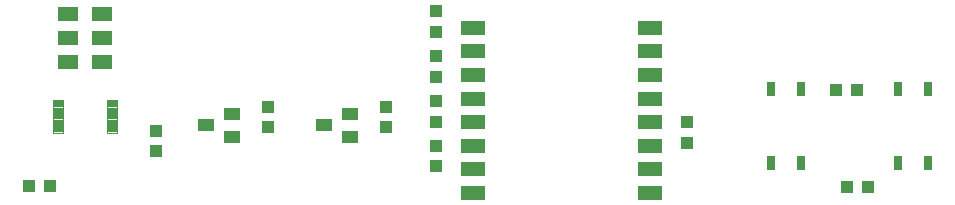
<source format=gtp>
G04 EAGLE Gerber RS-274X export*
G75*
%MOMM*%
%FSLAX34Y34*%
%LPD*%
%INSolderpaste Top*%
%IPPOS*%
%AMOC8*
5,1,8,0,0,1.08239X$1,22.5*%
G01*
%ADD10R,1.050000X1.080000*%
%ADD11R,1.080000X1.050000*%
%ADD12R,2.000000X1.200000*%
%ADD13R,1.400000X1.000000*%
%ADD14R,1.740000X1.310000*%
%ADD15C,0.097000*%
%ADD16R,0.800000X1.200000*%


D10*
X17250Y69950D03*
X34750Y69950D03*
D11*
X124582Y99282D03*
X124582Y116782D03*
D12*
X393480Y204000D03*
X393480Y184000D03*
X393480Y164000D03*
X393480Y144000D03*
X393480Y124000D03*
X393480Y104000D03*
X393480Y84000D03*
X393480Y64000D03*
X543480Y64000D03*
X543480Y84000D03*
X543480Y104000D03*
X543480Y124000D03*
X543480Y144000D03*
X543480Y164000D03*
X543480Y184000D03*
X543480Y204000D03*
D11*
X219802Y137141D03*
X219802Y119641D03*
X319968Y137134D03*
X319968Y119634D03*
X361586Y86538D03*
X361586Y104038D03*
X574546Y123938D03*
X574546Y106438D03*
D10*
X700852Y151637D03*
X718352Y151637D03*
D13*
X166798Y121282D03*
X188798Y130782D03*
X188798Y111782D03*
X266876Y121281D03*
X288876Y130781D03*
X288876Y111781D03*
D14*
X50640Y195340D03*
X78840Y195340D03*
X50640Y175040D03*
X78840Y175040D03*
X50640Y215640D03*
X78840Y215640D03*
D15*
X46205Y142505D02*
X46205Y115175D01*
X37475Y115175D01*
X37475Y142505D01*
X46205Y142505D01*
X46205Y116096D02*
X37475Y116096D01*
X37475Y117017D02*
X46205Y117017D01*
X46205Y117938D02*
X37475Y117938D01*
X37475Y118859D02*
X46205Y118859D01*
X46205Y119780D02*
X37475Y119780D01*
X37475Y120701D02*
X46205Y120701D01*
X46205Y121622D02*
X37475Y121622D01*
X37475Y122543D02*
X46205Y122543D01*
X46205Y123464D02*
X37475Y123464D01*
X37475Y124385D02*
X46205Y124385D01*
X46205Y125306D02*
X37475Y125306D01*
X37475Y126227D02*
X46205Y126227D01*
X46205Y127148D02*
X37475Y127148D01*
X37475Y128069D02*
X46205Y128069D01*
X46205Y128990D02*
X37475Y128990D01*
X37475Y129911D02*
X46205Y129911D01*
X46205Y130832D02*
X37475Y130832D01*
X37475Y131753D02*
X46205Y131753D01*
X46205Y132674D02*
X37475Y132674D01*
X37475Y133595D02*
X46205Y133595D01*
X46205Y134516D02*
X37475Y134516D01*
X37475Y135437D02*
X46205Y135437D01*
X46205Y136358D02*
X37475Y136358D01*
X37475Y137279D02*
X46205Y137279D01*
X46205Y138200D02*
X37475Y138200D01*
X37475Y139121D02*
X46205Y139121D01*
X46205Y140042D02*
X37475Y140042D01*
X37475Y140963D02*
X46205Y140963D01*
X46205Y141884D02*
X37475Y141884D01*
X92005Y142505D02*
X92005Y115175D01*
X83275Y115175D01*
X83275Y142505D01*
X92005Y142505D01*
X92005Y116096D02*
X83275Y116096D01*
X83275Y117017D02*
X92005Y117017D01*
X92005Y117938D02*
X83275Y117938D01*
X83275Y118859D02*
X92005Y118859D01*
X92005Y119780D02*
X83275Y119780D01*
X83275Y120701D02*
X92005Y120701D01*
X92005Y121622D02*
X83275Y121622D01*
X83275Y122543D02*
X92005Y122543D01*
X92005Y123464D02*
X83275Y123464D01*
X83275Y124385D02*
X92005Y124385D01*
X92005Y125306D02*
X83275Y125306D01*
X83275Y126227D02*
X92005Y126227D01*
X92005Y127148D02*
X83275Y127148D01*
X83275Y128069D02*
X92005Y128069D01*
X92005Y128990D02*
X83275Y128990D01*
X83275Y129911D02*
X92005Y129911D01*
X92005Y130832D02*
X83275Y130832D01*
X83275Y131753D02*
X92005Y131753D01*
X92005Y132674D02*
X83275Y132674D01*
X83275Y133595D02*
X92005Y133595D01*
X92005Y134516D02*
X83275Y134516D01*
X83275Y135437D02*
X92005Y135437D01*
X92005Y136358D02*
X83275Y136358D01*
X83275Y137279D02*
X92005Y137279D01*
X92005Y138200D02*
X83275Y138200D01*
X83275Y139121D02*
X92005Y139121D01*
X92005Y140042D02*
X83275Y140042D01*
X83275Y140963D02*
X92005Y140963D01*
X92005Y141884D02*
X83275Y141884D01*
D11*
X361586Y124538D03*
X361586Y142038D03*
X361586Y162538D03*
X361586Y180038D03*
X361586Y200538D03*
X361586Y218038D03*
D16*
X645264Y89019D03*
X670664Y89019D03*
X670664Y152019D03*
X645264Y152019D03*
X752764Y89019D03*
X778164Y89019D03*
X778164Y152019D03*
X752764Y152019D03*
D10*
X710252Y69061D03*
X727752Y69061D03*
M02*

</source>
